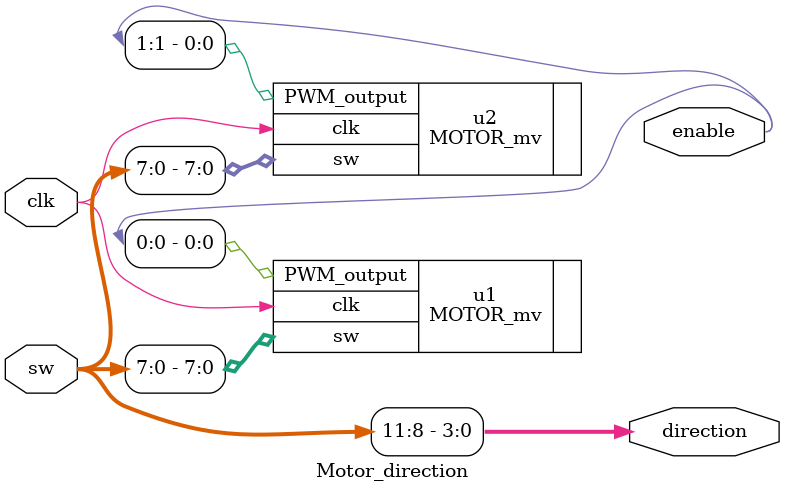
<source format=v>
`timescale 1ns / 1ps


module Motor_direction(
   input clk,
   input [11:0]sw,
   output [3:0] direction, 
   output [1:0]enable
    );
    
    
    assign direction = sw[11:8];
    MOTOR_mv u1(
        .clk(clk),
        .sw(sw[7:0]),
        .PWM_output(enable[0]));

    MOTOR_mv u2(
        .clk(clk),
        .sw(sw[7:0]),
        .PWM_output(enable[1]));
    
//    always @(*)
//    case(sw)
//    4'b0001: direction = 2'b01;
//    4'b0010: direction = 2'b10;
//    default: direction = 2'b01;
//    endcase
    
    
endmodule


</source>
